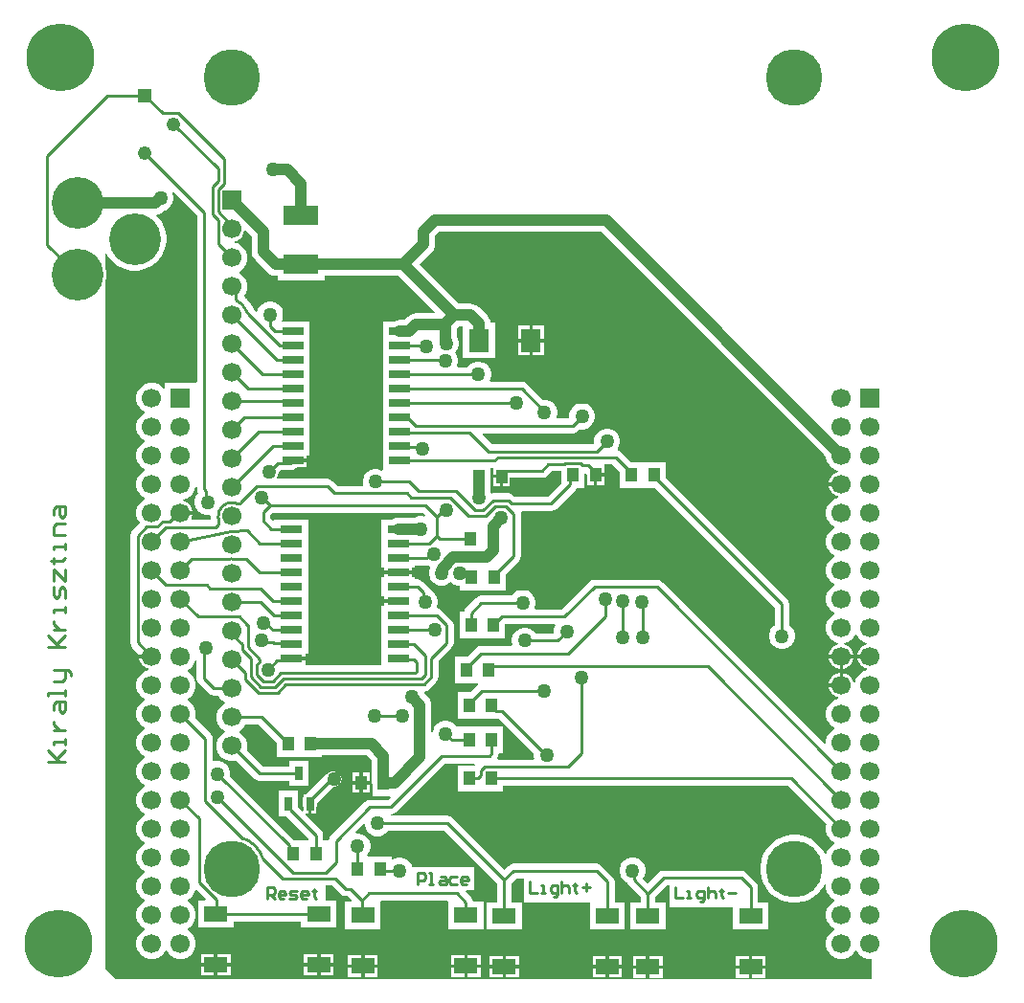
<source format=gtl>
G04*
G04 #@! TF.GenerationSoftware,Altium Limited,Altium Designer,24.2.2 (26)*
G04*
G04 Layer_Physical_Order=1*
G04 Layer_Color=255*
%FSLAX25Y25*%
%MOIN*%
G70*
G04*
G04 #@! TF.SameCoordinates,7880CA01-A185-4AAC-BB8A-744F794AF487*
G04*
G04*
G04 #@! TF.FilePolarity,Positive*
G04*
G01*
G75*
%ADD10C,0.01000*%
%ADD29R,0.08268X0.05512*%
%ADD30R,0.03937X0.05118*%
%ADD31R,0.12402X0.07008*%
%ADD32R,0.07677X0.02559*%
%ADD33R,0.02559X0.04724*%
%ADD34R,0.07087X0.08268*%
%ADD35C,0.03937*%
%ADD36C,0.18000*%
%ADD37C,0.04811*%
%ADD38R,0.04811X0.04811*%
%ADD39C,0.06693*%
%ADD40R,0.06693X0.06693*%
%ADD41R,0.06693X0.06693*%
%ADD42C,0.19685*%
%ADD43C,0.23622*%
%ADD44C,0.05000*%
G36*
X68251Y273644D02*
Y215577D01*
X67846Y215347D01*
X57153D01*
Y213584D01*
X56653Y213407D01*
X55783Y214278D01*
X54564Y214982D01*
X53204Y215347D01*
X51796D01*
X50436Y214982D01*
X49217Y214278D01*
X48222Y213283D01*
X47518Y212064D01*
X47154Y210704D01*
Y209296D01*
X47518Y207936D01*
X48222Y206717D01*
X49217Y205722D01*
X49967Y205289D01*
Y204711D01*
X49217Y204278D01*
X48222Y203283D01*
X47518Y202064D01*
X47154Y200704D01*
Y199296D01*
X47518Y197936D01*
X48222Y196717D01*
X49217Y195722D01*
X49967Y195289D01*
Y194711D01*
X49217Y194278D01*
X48222Y193283D01*
X47518Y192064D01*
X47154Y190704D01*
Y189296D01*
X47518Y187936D01*
X48222Y186717D01*
X49217Y185722D01*
X49967Y185289D01*
Y184711D01*
X49217Y184278D01*
X48222Y183283D01*
X47518Y182064D01*
X47154Y180704D01*
Y179296D01*
X47518Y177936D01*
X48222Y176717D01*
X49217Y175722D01*
X49967Y175289D01*
Y174711D01*
X49217Y174278D01*
X48222Y173283D01*
X47518Y172064D01*
X47154Y170704D01*
Y169296D01*
X47518Y167936D01*
X48222Y166717D01*
X48490Y166449D01*
X45851Y163810D01*
X45299Y162983D01*
X45105Y162007D01*
Y124846D01*
X45299Y123871D01*
X45851Y123044D01*
X48202Y120693D01*
X48175Y120591D01*
X52500D01*
Y119409D01*
X48175D01*
X48464Y118328D01*
X49035Y117341D01*
X49841Y116535D01*
X50828Y115964D01*
X51499Y115785D01*
Y115267D01*
X50436Y114982D01*
X49217Y114278D01*
X48222Y113283D01*
X47518Y112064D01*
X47154Y110704D01*
Y109296D01*
X47518Y107936D01*
X48222Y106717D01*
X49217Y105722D01*
X49967Y105289D01*
Y104711D01*
X49217Y104278D01*
X48222Y103283D01*
X47518Y102064D01*
X47154Y100704D01*
Y99296D01*
X47518Y97936D01*
X48222Y96717D01*
X49217Y95722D01*
X49967Y95289D01*
Y94711D01*
X49217Y94278D01*
X48222Y93283D01*
X47518Y92064D01*
X47154Y90704D01*
Y89296D01*
X47518Y87936D01*
X48222Y86717D01*
X49217Y85722D01*
X49967Y85289D01*
Y84711D01*
X49217Y84278D01*
X48222Y83283D01*
X47518Y82064D01*
X47154Y80704D01*
Y79296D01*
X47518Y77936D01*
X48222Y76717D01*
X49217Y75722D01*
X49967Y75289D01*
Y74711D01*
X49217Y74278D01*
X48222Y73283D01*
X47518Y72064D01*
X47154Y70704D01*
Y69296D01*
X47518Y67936D01*
X48222Y66717D01*
X49217Y65722D01*
X49967Y65289D01*
Y64711D01*
X49217Y64278D01*
X48222Y63283D01*
X47518Y62064D01*
X47154Y60704D01*
Y59296D01*
X47518Y57936D01*
X48222Y56717D01*
X49217Y55722D01*
X49967Y55289D01*
Y54711D01*
X49217Y54278D01*
X48222Y53283D01*
X47518Y52064D01*
X47154Y50704D01*
Y49296D01*
X47518Y47936D01*
X48222Y46717D01*
X49217Y45722D01*
X49967Y45289D01*
Y44711D01*
X49217Y44278D01*
X48222Y43283D01*
X47518Y42064D01*
X47154Y40704D01*
Y39296D01*
X47518Y37936D01*
X48222Y36717D01*
X49217Y35722D01*
X49967Y35289D01*
Y34711D01*
X49217Y34278D01*
X48222Y33283D01*
X47518Y32064D01*
X47154Y30704D01*
Y29296D01*
X47518Y27936D01*
X48222Y26717D01*
X49217Y25722D01*
X49967Y25289D01*
Y24711D01*
X49217Y24278D01*
X48222Y23283D01*
X47518Y22064D01*
X47154Y20704D01*
Y19296D01*
X47518Y17936D01*
X48222Y16717D01*
X49217Y15722D01*
X50436Y15018D01*
X51796Y14654D01*
X53204D01*
X54564Y15018D01*
X55783Y15722D01*
X56778Y16717D01*
X57211Y17467D01*
X57789D01*
X58222Y16717D01*
X59217Y15722D01*
X60436Y15018D01*
X61796Y14654D01*
X63204D01*
X64564Y15018D01*
X65783Y15722D01*
X66778Y16717D01*
X67482Y17936D01*
X67847Y19296D01*
Y20704D01*
X67482Y22064D01*
X66778Y23283D01*
X65783Y24278D01*
X65033Y24711D01*
Y25289D01*
X65783Y25722D01*
X66778Y26717D01*
X67482Y27936D01*
X67847Y29296D01*
Y30704D01*
X67482Y32064D01*
X66778Y33283D01*
X65783Y34278D01*
X65033Y34711D01*
Y35289D01*
X65783Y35722D01*
X66778Y36717D01*
X67482Y37936D01*
X67643Y38539D01*
X68126Y38668D01*
X71319Y35476D01*
X71127Y35014D01*
X68653D01*
Y25502D01*
X80920D01*
Y27709D01*
X104480D01*
Y25502D01*
X116747D01*
Y35014D01*
X113198D01*
Y40148D01*
X115348D01*
X117325Y38170D01*
X117583Y37783D01*
X118169Y37198D01*
X118996Y36645D01*
X119972Y36451D01*
X120633D01*
X122008Y35076D01*
X121817Y34614D01*
X119853D01*
Y25102D01*
X132121D01*
Y34614D01*
X132121D01*
X132273Y35051D01*
X155527D01*
X155680Y34614D01*
X155680D01*
Y25102D01*
X167947D01*
Y34614D01*
X164317D01*
X164168Y35362D01*
X163616Y36189D01*
X161735Y38070D01*
X161926Y38532D01*
X164755D01*
Y46468D01*
X143168D01*
X142987Y47144D01*
X142394Y48170D01*
X141556Y49008D01*
X140530Y49600D01*
X139386Y49907D01*
X138201D01*
X137056Y49600D01*
X136406Y49224D01*
X135906Y49513D01*
Y50359D01*
X127576D01*
X127385Y50821D01*
X127701Y51137D01*
X128293Y52163D01*
X128600Y53308D01*
Y54492D01*
X128293Y55637D01*
X127701Y56663D01*
X126863Y57501D01*
X125837Y58093D01*
X124692Y58400D01*
X123612D01*
X123332Y58827D01*
X126138Y61633D01*
X126600Y61442D01*
Y61308D01*
X126907Y60163D01*
X127499Y59137D01*
X128337Y58299D01*
X129363Y57707D01*
X130508Y57400D01*
X131692D01*
X132837Y57707D01*
X133863Y58299D01*
X134701Y59137D01*
X134825Y59351D01*
X154349D01*
X172638Y41063D01*
Y34414D01*
X169053D01*
Y24902D01*
X181321D01*
Y34414D01*
X177736D01*
Y41063D01*
X179424Y42751D01*
X182005D01*
Y34276D01*
X204879D01*
Y24902D01*
X217147D01*
Y34414D01*
X213562D01*
Y41587D01*
X213368Y42562D01*
X212816Y43389D01*
X209102Y47102D01*
X208276Y47655D01*
X207300Y47849D01*
X178368D01*
X177393Y47655D01*
X176566Y47102D01*
X175187Y45723D01*
X157208Y63702D01*
X156380Y64255D01*
X155405Y64449D01*
X135386D01*
X135385Y64451D01*
X135667Y64951D01*
X135700D01*
X136676Y65145D01*
X137502Y65698D01*
X154556Y82751D01*
X164792D01*
X165051Y82251D01*
X164916Y82059D01*
X158994D01*
Y72941D01*
X174805D01*
Y74951D01*
X273944D01*
X287373Y61522D01*
X287154Y60704D01*
Y59296D01*
X287518Y57936D01*
X288222Y56717D01*
X289217Y55722D01*
X289967Y55289D01*
Y54711D01*
X289217Y54278D01*
X288222Y53283D01*
X287518Y52064D01*
X287294Y51227D01*
X286761Y51171D01*
X286229Y52216D01*
X285133Y53724D01*
X283815Y55042D01*
X282307Y56138D01*
X280646Y56984D01*
X278873Y57560D01*
X277032Y57852D01*
X275168D01*
X273327Y57560D01*
X271554Y56984D01*
X269893Y56138D01*
X268385Y55042D01*
X267067Y53724D01*
X265971Y52216D01*
X265125Y50555D01*
X264549Y48783D01*
X264258Y46942D01*
Y45077D01*
X264549Y43236D01*
X265125Y41464D01*
X265971Y39803D01*
X267067Y38295D01*
X268385Y36977D01*
X269893Y35881D01*
X271554Y35035D01*
X273327Y34459D01*
X275168Y34167D01*
X277032D01*
X278873Y34459D01*
X280646Y35035D01*
X282307Y35881D01*
X283815Y36977D01*
X285133Y38295D01*
X286229Y39803D01*
X286653Y40637D01*
X287154Y40516D01*
Y39296D01*
X287518Y37936D01*
X288222Y36717D01*
X289217Y35722D01*
X289967Y35289D01*
Y34711D01*
X289217Y34278D01*
X288222Y33283D01*
X287518Y32064D01*
X287154Y30704D01*
Y29296D01*
X287518Y27936D01*
X288222Y26717D01*
X289217Y25722D01*
X289967Y25289D01*
Y24711D01*
X289217Y24278D01*
X288222Y23283D01*
X287518Y22064D01*
X287154Y20704D01*
Y19296D01*
X287518Y17936D01*
X288222Y16717D01*
X289217Y15722D01*
X290436Y15018D01*
X291796Y14654D01*
X293204D01*
X294564Y15018D01*
X295783Y15722D01*
X296778Y16717D01*
X297211Y17467D01*
X297789D01*
X298222Y16717D01*
X299217Y15722D01*
X300436Y15018D01*
X301796Y14654D01*
X303000D01*
Y7600D01*
X40100D01*
X36300Y11400D01*
Y250488D01*
X36584Y251917D01*
Y253883D01*
X36300Y255312D01*
Y260284D01*
X36800Y260404D01*
X37192Y259635D01*
X38210Y258234D01*
X39434Y257010D01*
X40835Y255992D01*
X42377Y255206D01*
X44024Y254671D01*
X45734Y254400D01*
X47466D01*
X49176Y254671D01*
X50823Y255206D01*
X52365Y255992D01*
X53766Y257010D01*
X54990Y258234D01*
X56008Y259635D01*
X56794Y261177D01*
X57329Y262824D01*
X57600Y264534D01*
Y266266D01*
X57329Y267976D01*
X56794Y269622D01*
X56008Y271165D01*
X54990Y272566D01*
X54099Y273457D01*
X54278Y273985D01*
X54648Y274034D01*
X55614Y274433D01*
X56443Y275070D01*
X56576Y275203D01*
X57337Y275407D01*
X58363Y275999D01*
X59201Y276837D01*
X59793Y277863D01*
X60100Y279008D01*
Y280192D01*
X59793Y281337D01*
X59714Y281474D01*
X60114Y281781D01*
X68251Y273644D01*
D02*
G37*
G36*
X287154Y189686D02*
Y189296D01*
X287518Y187936D01*
X288222Y186717D01*
X289217Y185722D01*
X290436Y185018D01*
X291499Y184733D01*
Y184215D01*
X290828Y184036D01*
X289841Y183465D01*
X289035Y182659D01*
X288464Y181672D01*
X288175Y180591D01*
X292500D01*
Y179409D01*
X288175D01*
X288464Y178328D01*
X289035Y177341D01*
X289841Y176535D01*
X290828Y175964D01*
X291499Y175785D01*
Y175267D01*
X290436Y174982D01*
X289217Y174278D01*
X288222Y173283D01*
X287518Y172064D01*
X287154Y170704D01*
Y169296D01*
X287518Y167936D01*
X288222Y166717D01*
X289217Y165722D01*
X289967Y165289D01*
Y164711D01*
X289217Y164278D01*
X288222Y163283D01*
X287518Y162064D01*
X287154Y160704D01*
Y159296D01*
X287518Y157936D01*
X288222Y156717D01*
X289217Y155722D01*
X289967Y155289D01*
Y154711D01*
X289217Y154278D01*
X288222Y153283D01*
X287518Y152064D01*
X287154Y150704D01*
Y149296D01*
X287518Y147936D01*
X288222Y146717D01*
X289217Y145722D01*
X289967Y145289D01*
Y144711D01*
X289217Y144278D01*
X288222Y143283D01*
X287518Y142064D01*
X287154Y140704D01*
Y139296D01*
X287518Y137936D01*
X288222Y136717D01*
X289217Y135722D01*
X289967Y135289D01*
Y134711D01*
X289217Y134278D01*
X288222Y133283D01*
X287518Y132064D01*
X287154Y130704D01*
Y129296D01*
X287518Y127936D01*
X288222Y126717D01*
X289217Y125722D01*
X290436Y125018D01*
X291499Y124733D01*
Y124215D01*
X290828Y124036D01*
X289841Y123465D01*
X289035Y122659D01*
X288464Y121672D01*
X288175Y120591D01*
X292500D01*
X296825D01*
X296536Y121672D01*
X295965Y122659D01*
X295159Y123465D01*
X294172Y124036D01*
X293500Y124215D01*
Y124733D01*
X294564Y125018D01*
X295783Y125722D01*
X296778Y126717D01*
X297211Y127467D01*
X297789D01*
X298222Y126717D01*
X299217Y125722D01*
X300436Y125018D01*
X301500Y124733D01*
Y124215D01*
X300828Y124036D01*
X299841Y123465D01*
X299035Y122659D01*
X298464Y121672D01*
X298175Y120591D01*
X302500D01*
Y119409D01*
X298175D01*
X298464Y118328D01*
X299035Y117341D01*
X299841Y116535D01*
X300828Y115964D01*
X301500Y115785D01*
Y115267D01*
X300436Y114982D01*
X299217Y114278D01*
X298222Y113283D01*
X297518Y112064D01*
X297233Y111001D01*
X296715D01*
X296536Y111672D01*
X295965Y112659D01*
X295159Y113465D01*
X294172Y114036D01*
X293091Y114325D01*
Y110000D01*
X292500D01*
Y109409D01*
X288175D01*
X288464Y108328D01*
X289035Y107341D01*
X289841Y106535D01*
X290828Y105964D01*
X291499Y105785D01*
Y105267D01*
X290436Y104982D01*
X289217Y104278D01*
X288222Y103283D01*
X287518Y102064D01*
X287154Y100704D01*
Y99296D01*
X287518Y97936D01*
X288222Y96717D01*
X289217Y95722D01*
X289967Y95289D01*
Y94711D01*
X289217Y94278D01*
X288222Y93283D01*
X287518Y92064D01*
X287154Y90704D01*
Y89658D01*
X286653Y89451D01*
X230102Y146002D01*
X229275Y146555D01*
X228300Y146749D01*
X206600D01*
X205625Y146555D01*
X204798Y146002D01*
X195144Y136349D01*
X185996D01*
X185747Y136782D01*
X185793Y136863D01*
X186100Y138008D01*
Y139192D01*
X185793Y140337D01*
X185201Y141363D01*
X184363Y142201D01*
X183337Y142793D01*
X182192Y143100D01*
X181008D01*
X179863Y142793D01*
X178837Y142201D01*
X177999Y141363D01*
X177875Y141149D01*
X167172D01*
X166197Y140955D01*
X165370Y140402D01*
X161761Y136793D01*
X161208Y135966D01*
X161107Y135459D01*
X159595D01*
Y126341D01*
X175406D01*
Y131251D01*
X192777D01*
X193027Y130818D01*
X192807Y130437D01*
X192500Y129292D01*
Y128108D01*
X192455Y128049D01*
X186024D01*
X185901Y128263D01*
X185063Y129101D01*
X184037Y129693D01*
X182892Y130000D01*
X181708D01*
X180563Y129693D01*
X179537Y129101D01*
X178699Y128263D01*
X178107Y127237D01*
X177800Y126092D01*
Y124908D01*
X178003Y124149D01*
X177620Y123649D01*
X167172D01*
X166197Y123455D01*
X165370Y122902D01*
X162327Y119859D01*
X157994D01*
Y110741D01*
X166139D01*
X166283Y110278D01*
X166276Y110241D01*
X165470Y109702D01*
X163327Y107559D01*
X158994D01*
Y98441D01*
X172028D01*
X172313Y98384D01*
X173311D01*
X185509Y86186D01*
X185500Y86151D01*
Y84967D01*
X185624Y84505D01*
X185319Y84108D01*
X173089D01*
X172822Y84608D01*
X173192Y85162D01*
X173386Y86137D01*
Y86441D01*
X174805D01*
Y95559D01*
X158994D01*
X158994Y95559D01*
Y95559D01*
X158510Y95656D01*
X158394Y95856D01*
X157556Y96694D01*
X156530Y97286D01*
X155385Y97593D01*
X154200D01*
X153056Y97286D01*
X152030Y96694D01*
X151192Y95856D01*
X150600Y94830D01*
X150293Y93685D01*
X149803Y93709D01*
Y103062D01*
X149666Y104098D01*
X149267Y105064D01*
X148630Y105893D01*
X147374Y107149D01*
X147321Y107345D01*
X147321Y107346D01*
X147612Y107870D01*
X147667Y107904D01*
X148250Y108020D01*
X149077Y108572D01*
X151502Y110997D01*
X152055Y111824D01*
X152249Y112800D01*
Y118344D01*
X156852Y122948D01*
X157405Y123775D01*
X157599Y124750D01*
Y130907D01*
X157405Y131882D01*
X156852Y132709D01*
X153459Y136102D01*
X152632Y136655D01*
X152083Y136764D01*
X151824Y137211D01*
X151811Y137328D01*
X152100Y138408D01*
Y139592D01*
X151793Y140737D01*
X151201Y141763D01*
X150363Y142601D01*
X149395Y143160D01*
X148878Y143934D01*
X146710Y146102D01*
X145883Y146655D01*
X144907Y146849D01*
X144141D01*
Y147580D01*
X143125D01*
Y148709D01*
X133479D01*
Y147580D01*
X132464D01*
Y141021D01*
X133479D01*
Y139891D01*
X138302D01*
Y138709D01*
X133479D01*
Y137580D01*
X132464D01*
Y131020D01*
Y126021D01*
Y121020D01*
Y116924D01*
X106374D01*
X105921Y117036D01*
Y118709D01*
X101098D01*
Y119891D01*
X105921D01*
Y121020D01*
X106936D01*
Y126021D01*
Y131020D01*
Y136021D01*
Y141021D01*
Y146020D01*
Y151021D01*
Y156020D01*
Y161021D01*
Y167579D01*
X95259D01*
Y167553D01*
X94759Y167346D01*
X93849Y168256D01*
Y169244D01*
X94656Y170051D01*
X146703D01*
X147542Y169213D01*
X147283Y168764D01*
X146789Y168897D01*
X145604D01*
X144460Y168590D01*
X144130Y168399D01*
X138399D01*
X137363Y168263D01*
X136398Y167863D01*
X136028Y167579D01*
X132464D01*
Y161021D01*
Y156020D01*
Y151021D01*
X133479D01*
Y149891D01*
X143125D01*
Y151021D01*
X144141D01*
Y151626D01*
X148201D01*
X148705Y151726D01*
X149077Y151512D01*
X149160Y151490D01*
X149351Y151028D01*
X149210Y150783D01*
X148903Y149638D01*
Y148453D01*
X149210Y147309D01*
X149802Y146283D01*
X150640Y145445D01*
X151666Y144853D01*
X152811Y144546D01*
X153996D01*
X155140Y144853D01*
X156167Y145445D01*
X156554Y145833D01*
X156957Y145431D01*
X157983Y144838D01*
X159128Y144532D01*
X159794D01*
Y143041D01*
X175605D01*
Y148554D01*
X180302Y153251D01*
X180855Y154078D01*
X181049Y155053D01*
Y169557D01*
X180926Y170176D01*
X181314Y170676D01*
X191525D01*
X192501Y170870D01*
X193328Y171423D01*
X199929Y178024D01*
X200408Y178741D01*
X203031D01*
Y183484D01*
X203532Y183691D01*
X203984Y183238D01*
Y179757D01*
X206346D01*
Y183300D01*
X206937D01*
Y183891D01*
X209890D01*
Y186810D01*
X212839D01*
X215494Y184154D01*
Y178641D01*
X227701D01*
X269251Y137091D01*
Y130824D01*
X269037Y130701D01*
X268199Y129863D01*
X267607Y128837D01*
X267300Y127692D01*
Y126508D01*
X267607Y125363D01*
X268199Y124337D01*
X269037Y123499D01*
X270063Y122907D01*
X271208Y122600D01*
X272392D01*
X273537Y122907D01*
X274563Y123499D01*
X275401Y124337D01*
X275993Y125363D01*
X276300Y126508D01*
Y127692D01*
X275993Y128837D01*
X275401Y129863D01*
X274563Y130701D01*
X274349Y130824D01*
Y138146D01*
X274155Y139122D01*
X273602Y139949D01*
X231306Y182246D01*
Y187759D01*
X219099D01*
X215697Y191162D01*
X214879Y191708D01*
X214813Y191753D01*
X214674Y192263D01*
X215193Y193163D01*
X215500Y194308D01*
Y195492D01*
X215193Y196637D01*
X214601Y197663D01*
X213763Y198501D01*
X212737Y199093D01*
X211592Y199400D01*
X210408D01*
X209263Y199093D01*
X208237Y198501D01*
X207399Y197663D01*
X206807Y196637D01*
X206500Y195492D01*
Y194308D01*
X206105Y193908D01*
X170891D01*
X167510Y197289D01*
X167702Y197751D01*
X198900D01*
X199875Y197945D01*
X200702Y198498D01*
X201376Y199171D01*
X201614Y199107D01*
X202799D01*
X203944Y199414D01*
X204970Y200006D01*
X205808Y200844D01*
X206400Y201870D01*
X206707Y203014D01*
Y204199D01*
X206400Y205344D01*
X205808Y206370D01*
X204970Y207208D01*
X203944Y207800D01*
X202799Y208107D01*
X201614D01*
X200470Y207800D01*
X199444Y207208D01*
X198606Y206370D01*
X198013Y205344D01*
X197707Y204199D01*
Y203014D01*
X197580Y202849D01*
X193735D01*
X193443Y203349D01*
X193700Y204308D01*
Y205492D01*
X193393Y206637D01*
X192801Y207663D01*
X191963Y208501D01*
X190937Y209093D01*
X189792Y209400D01*
X188705D01*
X183102Y215002D01*
X182275Y215555D01*
X181300Y215749D01*
X170404D01*
X170154Y216182D01*
X170316Y216463D01*
X170623Y217608D01*
Y218792D01*
X170316Y219937D01*
X169724Y220963D01*
X168886Y221801D01*
X167860Y222393D01*
X166715Y222700D01*
X165530D01*
X164386Y222393D01*
X163360Y221801D01*
X162522Y220963D01*
X162398Y220749D01*
X159025D01*
X158774Y221182D01*
X158825Y221269D01*
X159132Y222414D01*
Y223599D01*
X158825Y224743D01*
X158232Y225769D01*
X158133Y225869D01*
X158501Y226237D01*
X159093Y227263D01*
X159400Y228408D01*
Y229592D01*
X159093Y230737D01*
X158699Y231419D01*
Y234239D01*
X159358Y234897D01*
X160846D01*
Y223866D01*
X171933D01*
Y236134D01*
X170376D01*
X170256Y237046D01*
X169856Y238012D01*
X169220Y238841D01*
X166330Y241730D01*
X165501Y242367D01*
X164536Y242766D01*
X163500Y242903D01*
X159358D01*
X145761Y256500D01*
X149930Y260670D01*
X150566Y261499D01*
X150966Y262464D01*
X151103Y263500D01*
Y266442D01*
X152558Y267897D01*
X208942D01*
X287154Y189686D01*
D02*
G37*
G36*
X87397Y266177D02*
Y260800D01*
X87534Y259764D01*
X87933Y258799D01*
X88570Y257970D01*
X92870Y253670D01*
X93699Y253033D01*
X94664Y252634D01*
X95700Y252497D01*
X96299D01*
Y250996D01*
X112701D01*
Y252497D01*
X138442D01*
X150975Y239965D01*
X150783Y239503D01*
X144400D01*
X143364Y239366D01*
X142399Y238966D01*
X141570Y238330D01*
X140442Y237203D01*
X138802D01*
X137766Y237066D01*
X136801Y236666D01*
X136557Y236479D01*
X132964D01*
Y229921D01*
Y224921D01*
Y219920D01*
Y214920D01*
Y209921D01*
Y204921D01*
Y199920D01*
Y194921D01*
Y189920D01*
Y185093D01*
X132527Y184768D01*
X132137Y184993D01*
X130992Y185300D01*
X129808D01*
X128663Y184993D01*
X127637Y184401D01*
X126799Y183563D01*
X126207Y182537D01*
X125900Y181392D01*
Y180208D01*
X126024Y179746D01*
X125719Y179349D01*
X117206D01*
X115453Y181102D01*
X114626Y181655D01*
X113651Y181849D01*
X96304D01*
X96037Y182349D01*
X96355Y182825D01*
X96549Y183800D01*
X96525Y183920D01*
X97476Y184871D01*
X100818D01*
X101794Y185065D01*
X102620Y185618D01*
X102939Y185936D01*
X106421D01*
Y187609D01*
X101598D01*
Y188791D01*
X106421D01*
Y189920D01*
X107436D01*
Y194921D01*
Y199920D01*
Y204921D01*
Y209921D01*
Y214920D01*
Y219920D01*
Y224921D01*
Y229921D01*
Y236479D01*
X97883D01*
X97633Y236913D01*
X97893Y237363D01*
X98200Y238508D01*
Y239692D01*
X97893Y240837D01*
X97301Y241863D01*
X96463Y242701D01*
X95437Y243293D01*
X94292Y243600D01*
X93108D01*
X91963Y243293D01*
X90937Y242701D01*
X90099Y241863D01*
X89507Y240837D01*
X89332Y240185D01*
X88849Y240056D01*
X88074Y240831D01*
X87683Y241774D01*
X86803Y243211D01*
X86087Y244049D01*
X85789Y244426D01*
X85789Y244426D01*
X85789Y244426D01*
X85776Y244447D01*
X85712Y244489D01*
X85406Y244739D01*
X84982Y245087D01*
X84709Y245522D01*
X85413Y246741D01*
X85777Y248101D01*
Y249509D01*
X85413Y250868D01*
X84709Y252087D01*
X83714Y253083D01*
X82963Y253516D01*
Y254093D01*
X83714Y254526D01*
X84709Y255522D01*
X85413Y256741D01*
X85777Y258101D01*
Y259509D01*
X85413Y260868D01*
X84709Y262087D01*
X83714Y263083D01*
X82494Y263787D01*
X81431Y264072D01*
Y264589D01*
X82102Y264769D01*
X83090Y265339D01*
X83896Y266146D01*
X84466Y267133D01*
X84734Y268133D01*
X85210Y268365D01*
X87397Y266177D01*
D02*
G37*
G36*
X171284Y183291D02*
X174237D01*
Y182700D01*
X174828D01*
Y179157D01*
X177190D01*
Y182210D01*
X188287D01*
X189262Y182404D01*
X190089Y182957D01*
X191584Y184451D01*
X195095D01*
Y180399D01*
X190469Y175774D01*
X178716D01*
X178388Y176102D01*
X177561Y176655D01*
X176585Y176849D01*
X171357D01*
X170625Y176703D01*
X170556Y176959D01*
X170366Y177289D01*
Y182700D01*
X170332Y182960D01*
Y185651D01*
X171284D01*
Y183291D01*
D02*
G37*
G36*
X68251Y178874D02*
Y178272D01*
X68445Y177296D01*
X68703Y176910D01*
X68327Y176535D01*
X67735Y175508D01*
X67428Y174364D01*
Y173179D01*
X67735Y172035D01*
X68327Y171009D01*
X69165Y170171D01*
X70192Y169578D01*
X71336Y169272D01*
X72521D01*
X72685Y169316D01*
X73067Y168992D01*
X73048Y168804D01*
X73121Y168062D01*
X73105Y167786D01*
X72898Y167549D01*
X66586D01*
X66336Y167982D01*
X66536Y168328D01*
X66825Y169409D01*
X62500D01*
Y170591D01*
X66825D01*
X66536Y171672D01*
X65965Y172659D01*
X65159Y173465D01*
X64172Y174036D01*
X63500Y174215D01*
Y174733D01*
X64564Y175018D01*
X65783Y175722D01*
X66778Y176717D01*
X67482Y177936D01*
X67751Y178940D01*
X68251Y178874D01*
D02*
G37*
G36*
X68201Y118688D02*
Y112250D01*
X68395Y111275D01*
X68948Y110448D01*
X72394Y107001D01*
X73221Y106448D01*
X74197Y106254D01*
X75727D01*
X76151Y105521D01*
X77147Y104525D01*
X77897Y104092D01*
Y103515D01*
X77147Y103082D01*
X76151Y102086D01*
X75447Y100867D01*
X75083Y99507D01*
Y98100D01*
X75447Y96740D01*
X76151Y95521D01*
X77147Y94525D01*
X77897Y94092D01*
Y93515D01*
X77147Y93082D01*
X76151Y92086D01*
X75447Y90867D01*
X75083Y89507D01*
Y88100D01*
X75447Y86740D01*
X76151Y85521D01*
X77147Y84525D01*
X78366Y83821D01*
X79726Y83457D01*
X81133D01*
X81952Y83676D01*
X88231Y77398D01*
X89057Y76845D01*
X90033Y76651D01*
X100521D01*
Y74838D01*
X107080D01*
Y83562D01*
X100521D01*
Y81749D01*
X91089D01*
X85557Y87281D01*
X85776Y88100D01*
Y89507D01*
X85412Y90867D01*
X84708Y92086D01*
X83712Y93082D01*
X82962Y93515D01*
Y94092D01*
X83712Y94525D01*
X84708Y95521D01*
X85131Y96254D01*
X89604D01*
X95995Y89864D01*
Y84941D01*
X111805D01*
Y85497D01*
X127442D01*
X129197Y83742D01*
Y76000D01*
X129232Y75740D01*
Y71441D01*
X135383D01*
X135574Y70979D01*
X134644Y70049D01*
X128400D01*
X127425Y69855D01*
X126598Y69302D01*
X114798Y57502D01*
X114245Y56675D01*
X114103Y55964D01*
X113605Y55959D01*
Y55959D01*
X112186D01*
Y57663D01*
X111992Y58639D01*
X111439Y59465D01*
X105962Y64943D01*
X106153Y65405D01*
X106950D01*
Y68751D01*
X108131D01*
Y65405D01*
X109804D01*
Y67639D01*
X109895Y67776D01*
X110089Y68751D01*
Y68778D01*
X116077Y74766D01*
X116975Y74945D01*
X117802Y75498D01*
X118355Y76324D01*
X118549Y77300D01*
X118355Y78276D01*
X117802Y79102D01*
X116975Y79655D01*
X116000Y79849D01*
X115006D01*
X114031Y79655D01*
X113204Y79102D01*
X106199Y72098D01*
X105276D01*
Y70946D01*
X105185Y70809D01*
X104991Y69834D01*
Y68751D01*
X105185Y67776D01*
X105276Y67639D01*
Y66282D01*
X104814Y66090D01*
X103388Y67516D01*
Y67972D01*
X103339Y68218D01*
Y73113D01*
X96780D01*
Y64389D01*
X99306D01*
X107088Y56607D01*
Y55959D01*
X102181D01*
X102097Y56085D01*
X79773Y78409D01*
X79800Y78508D01*
Y79692D01*
X79493Y80837D01*
X78901Y81863D01*
X78063Y82701D01*
X77037Y83293D01*
X75892Y83600D01*
X74708D01*
X74146Y83449D01*
X73749Y83754D01*
Y91300D01*
X73555Y92276D01*
X73002Y93102D01*
X67627Y98478D01*
X67847Y99296D01*
Y100704D01*
X67482Y102064D01*
X66778Y103283D01*
X65783Y104278D01*
X65033Y104711D01*
Y105289D01*
X65783Y105722D01*
X66778Y106717D01*
X67482Y107936D01*
X67847Y109296D01*
Y110704D01*
X67482Y112064D01*
X66778Y113283D01*
X65783Y114278D01*
X65033Y114711D01*
Y115289D01*
X65783Y115722D01*
X66778Y116717D01*
X67482Y117936D01*
X67701Y118754D01*
X68201Y118688D01*
D02*
G37*
%LPC*%
G36*
X220392Y49900D02*
X219208D01*
X218063Y49593D01*
X217037Y49001D01*
X216199Y48163D01*
X215607Y47137D01*
X215300Y45992D01*
Y44808D01*
X215607Y43663D01*
X216199Y42637D01*
X217037Y41799D01*
X217846Y41332D01*
X217874Y41196D01*
X218426Y40369D01*
X222538Y36258D01*
Y34314D01*
X218953D01*
Y24802D01*
X231221D01*
Y34314D01*
X227636D01*
Y36258D01*
X231629Y40251D01*
X232805D01*
Y32476D01*
X254780D01*
Y24802D01*
X267047D01*
Y34314D01*
X263462D01*
Y39487D01*
X263268Y40462D01*
X262716Y41289D01*
X259402Y44602D01*
X258576Y45155D01*
X257600Y45349D01*
X230573D01*
X229598Y45155D01*
X228771Y44602D01*
X225087Y40918D01*
X223384Y42620D01*
X223401Y42637D01*
X223993Y43663D01*
X224300Y44808D01*
Y45992D01*
X223993Y47137D01*
X223401Y48163D01*
X222563Y49001D01*
X221537Y49593D01*
X220392Y49900D01*
D02*
G37*
G36*
X79905Y16282D02*
X75377D01*
Y13132D01*
X79905D01*
Y16282D01*
D02*
G37*
G36*
X74196D02*
X69669D01*
Y13132D01*
X74196D01*
Y16282D01*
D02*
G37*
G36*
X115732D02*
X111204D01*
Y13132D01*
X115732D01*
Y16282D01*
D02*
G37*
G36*
X110023D02*
X105495D01*
Y13132D01*
X110023D01*
Y16282D01*
D02*
G37*
G36*
X131105Y15882D02*
X126577D01*
Y12732D01*
X131105D01*
Y15882D01*
D02*
G37*
G36*
X125396D02*
X120869D01*
Y12732D01*
X125396D01*
Y15882D01*
D02*
G37*
G36*
X166931D02*
X162404D01*
Y12732D01*
X166931D01*
Y15882D01*
D02*
G37*
G36*
X161223D02*
X156695D01*
Y12732D01*
X161223D01*
Y15882D01*
D02*
G37*
G36*
X180305Y15682D02*
X175777D01*
Y12532D01*
X180305D01*
Y15682D01*
D02*
G37*
G36*
X174596D02*
X170069D01*
Y12532D01*
X174596D01*
Y15682D01*
D02*
G37*
G36*
X216131D02*
X211604D01*
Y12532D01*
X216131D01*
Y15682D01*
D02*
G37*
G36*
X210423D02*
X205895D01*
Y12532D01*
X210423D01*
Y15682D01*
D02*
G37*
G36*
X230205Y15582D02*
X225677D01*
Y12432D01*
X230205D01*
Y15582D01*
D02*
G37*
G36*
X224496D02*
X219969D01*
Y12432D01*
X224496D01*
Y15582D01*
D02*
G37*
G36*
X266032D02*
X261504D01*
Y12432D01*
X266032D01*
Y15582D01*
D02*
G37*
G36*
X260323D02*
X255795D01*
Y12432D01*
X260323D01*
Y15582D01*
D02*
G37*
G36*
X115732Y11951D02*
X111204D01*
Y8802D01*
X115732D01*
Y11951D01*
D02*
G37*
G36*
X110023D02*
X105495D01*
Y8802D01*
X110023D01*
Y11951D01*
D02*
G37*
G36*
X79905Y11951D02*
X75377D01*
Y8802D01*
X79905D01*
Y11951D01*
D02*
G37*
G36*
X74196D02*
X69669D01*
Y8802D01*
X74196D01*
Y11951D01*
D02*
G37*
G36*
X166931Y11551D02*
X162404D01*
Y8402D01*
X166931D01*
Y11551D01*
D02*
G37*
G36*
X161223D02*
X156695D01*
Y8402D01*
X161223D01*
Y11551D01*
D02*
G37*
G36*
X131105Y11551D02*
X126577D01*
Y8402D01*
X131105D01*
Y11551D01*
D02*
G37*
G36*
X125396D02*
X120869D01*
Y8402D01*
X125396D01*
Y11551D01*
D02*
G37*
G36*
X216131Y11351D02*
X211604D01*
Y8202D01*
X216131D01*
Y11351D01*
D02*
G37*
G36*
X210423D02*
X205895D01*
Y8202D01*
X210423D01*
Y11351D01*
D02*
G37*
G36*
X180305Y11351D02*
X175777D01*
Y8202D01*
X180305D01*
Y11351D01*
D02*
G37*
G36*
X174596D02*
X170069D01*
Y8202D01*
X174596D01*
Y11351D01*
D02*
G37*
G36*
X266032Y11251D02*
X261504D01*
Y8102D01*
X266032D01*
Y11251D01*
D02*
G37*
G36*
X260323D02*
X255795D01*
Y8102D01*
X260323D01*
Y11251D01*
D02*
G37*
G36*
X230205Y11251D02*
X225677D01*
Y8102D01*
X230205D01*
Y11251D01*
D02*
G37*
G36*
X224496D02*
X219969D01*
Y8102D01*
X224496D01*
Y11251D01*
D02*
G37*
G36*
X189028Y235118D02*
X185091D01*
Y230591D01*
X189028D01*
Y235118D01*
D02*
G37*
G36*
X183909D02*
X179973D01*
Y230591D01*
X183909D01*
Y235118D01*
D02*
G37*
G36*
X189028Y229410D02*
X185091D01*
Y224882D01*
X189028D01*
Y229410D01*
D02*
G37*
G36*
X183909D02*
X179973D01*
Y224882D01*
X183909D01*
Y229410D01*
D02*
G37*
G36*
X209890Y182709D02*
X207527D01*
Y179757D01*
X209890D01*
Y182709D01*
D02*
G37*
G36*
X296825Y119409D02*
X293091D01*
Y115675D01*
X294172Y115964D01*
X295159Y116535D01*
X295965Y117341D01*
X296536Y118328D01*
X296825Y119409D01*
D02*
G37*
G36*
X291910D02*
X288175D01*
X288464Y118328D01*
X289035Y117341D01*
X289841Y116535D01*
X290828Y115964D01*
X291910Y115675D01*
Y119409D01*
D02*
G37*
G36*
Y114325D02*
X290828Y114036D01*
X289841Y113465D01*
X289035Y112659D01*
X288464Y111672D01*
X288175Y110591D01*
X291910D01*
Y114325D01*
D02*
G37*
G36*
X173646Y182109D02*
X171284D01*
Y179157D01*
X173646D01*
Y182109D01*
D02*
G37*
G36*
X128279Y79543D02*
X125917D01*
Y76591D01*
X128279D01*
Y79543D01*
D02*
G37*
G36*
X124735D02*
X122373D01*
Y76591D01*
X124735D01*
Y79543D01*
D02*
G37*
G36*
X128279Y75410D02*
X125917D01*
Y72457D01*
X128279D01*
Y75410D01*
D02*
G37*
G36*
X124735D02*
X122373D01*
Y72457D01*
X124735D01*
Y75410D01*
D02*
G37*
%LPD*%
D10*
X91163Y49680D02*
G03*
X84102Y56741I-10732J-3671D01*
G01*
X79788Y154000D02*
G03*
X80472Y153957I642J4804D01*
G01*
X81097Y173604D02*
G03*
X75630Y168137I-667J-4800D01*
G01*
X85908Y239468D02*
G03*
X83973Y242645I-7791J-2567D01*
G01*
X83973Y242645D02*
G03*
X82056Y243844I-3454J-3388D01*
G01*
X119972Y39000D02*
X121689D01*
X119386Y39586D02*
Y39714D01*
Y39586D02*
X119972Y39000D01*
X116403Y42697D02*
X119386Y39714D01*
X98146Y42697D02*
X116403D01*
X91163Y49680D02*
X98146Y42697D01*
X101818Y44697D02*
X112997D01*
X116600Y48300D01*
X75414Y71100D02*
X101818Y44697D01*
X16100Y294400D02*
X37000Y315300D01*
X50200D01*
X16100Y263400D02*
Y294400D01*
X147075Y139525D02*
X147600Y139000D01*
X144907Y144300D02*
X147075Y142132D01*
Y139525D02*
Y142132D01*
X163563Y134991D02*
X167172Y138600D01*
X181600D01*
X174337Y133800D02*
X196200D01*
X171437Y130900D02*
X174337Y133800D01*
X196200D02*
X206600Y144200D01*
X193800Y125500D02*
X197000Y128700D01*
X182300Y125500D02*
X193800D01*
X197500Y121100D02*
X210337Y133937D01*
X167172Y121100D02*
X197500D01*
X161963Y115891D02*
X167172Y121100D01*
X50200Y315300D02*
X56295Y309206D01*
X16100Y263400D02*
X26600Y252900D01*
X93400Y184400D02*
X94000Y183800D01*
X80431Y268805D02*
X81295D01*
X50200Y295300D02*
X70800Y274700D01*
X75584Y274837D02*
X80431Y269990D01*
X73584Y274008D02*
X75584Y272008D01*
Y263651D02*
X80431Y258805D01*
X75584Y282772D02*
X77584Y284772D01*
X75584Y274837D02*
Y282772D01*
Y263651D02*
Y272008D01*
X73584Y274008D02*
Y283601D01*
X70800Y178272D02*
Y274700D01*
X74787Y30258D02*
X110613D01*
X69000Y41399D02*
X75000Y35400D01*
X74787Y30258D02*
X75000Y30471D01*
Y35400D01*
X69000Y41399D02*
Y63500D01*
X62500Y70000D02*
X69000Y63500D01*
X75400Y71100D02*
X75414D01*
X178368Y45300D02*
X207300D01*
X211013Y29658D02*
Y41587D01*
X175187Y42118D02*
X178368Y45300D01*
X207300D02*
X211013Y41587D01*
X219800Y45400D02*
X220228Y44972D01*
Y42172D02*
Y44972D01*
Y42172D02*
X225087Y37313D01*
X230573Y42800D02*
X257600D01*
X225087Y37313D02*
X230573Y42800D01*
X225087Y29558D02*
Y37313D01*
X257600Y42800D02*
X260913Y39487D01*
X158600Y37600D02*
X161813Y34387D01*
X125600Y35089D02*
X128111Y37600D01*
X158600D01*
X161813Y29858D02*
Y34387D01*
X125600Y31529D02*
X127000Y30129D01*
X84102Y56741D02*
X84102Y56741D01*
X71200Y69643D02*
X84102Y56741D01*
X91163Y49680D02*
X91163Y49680D01*
X121689Y39000D02*
X125600Y35089D01*
Y31529D02*
Y35089D01*
X260913Y29558D02*
Y39487D01*
X175187Y29658D02*
Y42118D01*
X131100Y61900D02*
X155405D01*
X175187Y42118D01*
X61818Y309206D02*
X77584Y293439D01*
X56295Y309206D02*
X61818D01*
X77584Y284772D02*
Y293439D01*
X73584Y283601D02*
X75584Y285601D01*
X80431Y268805D02*
Y269990D01*
X75584Y285601D02*
Y289916D01*
X60200Y305300D02*
X75584Y289916D01*
X71300Y174400D02*
Y177772D01*
X70800Y178272D02*
X71300Y177772D01*
X47653Y124846D02*
Y162007D01*
X50800Y165154D01*
X47653Y124846D02*
X52500Y120000D01*
X54507Y165154D02*
X56354Y167000D01*
X58646D01*
X61646Y170000D01*
X62500D01*
X50800Y165154D02*
X54507D01*
X57500Y165000D02*
X74843D01*
X52500Y160000D02*
X57500Y165000D01*
X154471Y223167D02*
X154631Y223006D01*
X138836Y223167D02*
X154471D01*
X156300Y175300D02*
X162800Y168800D01*
X175757Y172300D02*
X178500Y169557D01*
X171357Y174300D02*
X176585D01*
X178500Y155053D02*
Y169557D01*
X172185Y172300D02*
X175757D01*
X168685Y168800D02*
X172185Y172300D01*
X145332Y177500D02*
X158428D01*
X167857Y170800D02*
X171357Y174300D01*
X165128Y170800D02*
X167857D01*
X162800Y168800D02*
X168685D01*
X158428Y177500D02*
X165128Y170800D01*
X177660Y173225D02*
X191525D01*
X176585Y174300D02*
X177660Y173225D01*
X171637Y148191D02*
X178500Y155053D01*
X191525Y173225D02*
X198127Y179827D01*
X151756Y161997D02*
Y168703D01*
X79788Y154000D02*
X79788D01*
X66500D02*
X79788D01*
X70750Y112250D02*
Y122527D01*
Y112250D02*
X74197Y108803D01*
X138427Y154175D02*
X148201D01*
X138302Y159300D02*
X149059D01*
X151756Y161997D01*
X148201Y154175D02*
X149731Y155705D01*
X150814D01*
X138302Y144300D02*
X144907D01*
X130100Y99300D02*
X139700D01*
X149700Y119400D02*
X155050Y124750D01*
Y130907D01*
X151657Y134300D02*
X155050Y130907D01*
X138352Y129250D02*
X151050D01*
X138302Y134300D02*
X151657D01*
X162294Y149031D02*
Y149659D01*
X159720Y149031D02*
X162294D01*
Y149659D02*
X162762Y149191D01*
Y148600D02*
X163763Y147599D01*
X162762Y148600D02*
Y149191D01*
X138302Y154300D02*
X138427Y154175D01*
X171637Y147600D02*
Y148191D01*
X138802Y218200D02*
X166123D01*
X138802Y223200D02*
X138836Y223167D01*
X100839Y66461D02*
X109637Y57663D01*
X100060Y68751D02*
X100839Y67972D01*
X109637Y51400D02*
Y57663D01*
X100839Y66461D02*
Y67972D01*
X171037Y116500D02*
X246000D01*
X292500Y70000D01*
X169837Y115300D02*
X171037Y116500D01*
X202000Y86200D02*
Y112100D01*
X172891Y189359D02*
X213895D01*
X171732Y188200D02*
X172891Y189359D01*
X169836Y191359D02*
X207459D01*
X163150Y198045D02*
X169836Y191359D01*
X213895Y189359D02*
X219463Y183791D01*
X207459Y191359D02*
X211000Y194900D01*
X204271Y186557D02*
X206937Y183891D01*
X202455Y186557D02*
X204271D01*
X201653Y187359D02*
X202455Y186557D01*
X196114Y187000D02*
X196473Y187359D01*
X190528Y187000D02*
X196114D01*
X196473Y187359D02*
X201653D01*
X188287Y184759D02*
X190528Y187000D01*
X138802Y188200D02*
X171732D01*
X174237Y182700D02*
Y183291D01*
X175706Y184759D02*
X188287D01*
X174237Y183291D02*
X175706Y184759D01*
X71300Y174400D02*
X71928Y173772D01*
X96421Y187420D02*
X100818D01*
X101598Y188200D01*
X93400Y184400D02*
X96421Y187420D01*
X62500Y160000D02*
X79961Y163657D01*
X85944Y163554D02*
X90197Y159300D01*
X80046Y163675D02*
X85220Y163847D01*
X85651D02*
X85944Y163554D01*
X79961Y163657D02*
X80046Y163675D01*
X85220Y163847D02*
X85651D01*
X74843Y165000D02*
X75726Y165883D01*
X75815Y165972D02*
Y166801D01*
X75726Y165883D02*
X75815Y165972D01*
X75630Y168137D02*
X75815Y166801D01*
X81097Y173604D02*
X82433Y173419D01*
X83262D02*
X83351Y173508D01*
X89143Y179300D01*
X82433Y173419D02*
X83262D01*
X90800Y175300D02*
X90900D01*
X93600Y172600D01*
X80430Y178804D02*
X94826Y193200D01*
X115006Y77300D02*
X116000D01*
X107540Y68751D02*
Y69834D01*
X115006Y77300D01*
X70750Y122527D02*
X71222Y122998D01*
X100318Y118520D02*
X101098Y119300D01*
X92900Y115400D02*
X96021Y118520D01*
X88900Y117057D02*
X90092Y118249D01*
X96021Y118520D02*
X100318D01*
X85900Y123269D02*
X90092Y119077D01*
X99189Y110375D02*
X147275D01*
X84900Y112086D02*
X89586Y107400D01*
X80429Y118803D02*
X84900Y114333D01*
Y112086D02*
Y114333D01*
X94557Y111400D02*
X97532Y114375D01*
X144214D01*
X86900Y112915D02*
X90415Y109400D01*
X95385D01*
X90092Y118249D02*
Y119077D01*
X98360Y112375D02*
X145055D01*
X95385Y109400D02*
X98360Y112375D01*
X88900Y113743D02*
X91243Y111400D01*
X89586Y107400D02*
X96214D01*
X86900Y112915D02*
Y119441D01*
X83900Y122441D02*
X86900Y119441D01*
X91243Y111400D02*
X94557D01*
X88900Y113743D02*
Y117057D01*
X96214Y107400D02*
X99189Y110375D01*
X91300Y125000D02*
X94700D01*
X92157Y131700D02*
X94557Y129300D01*
X91300Y131700D02*
X92157D01*
X90700Y125600D02*
X91300Y125000D01*
X94700D02*
X95200Y124500D01*
X206937Y183300D02*
Y183891D01*
X198127Y182364D02*
X199063Y183300D01*
X198127Y179827D02*
Y182364D01*
X72700Y143700D02*
X90400D01*
X71600Y144800D02*
X72700Y143700D01*
X63169Y144800D02*
X71600D01*
X61831D02*
X61877Y144846D01*
X63123D01*
X63169Y144800D01*
X90400Y143700D02*
X94800Y139300D01*
X83900Y122441D02*
Y123526D01*
X83900Y123714D02*
Y124223D01*
X85607Y131093D02*
X85900Y130800D01*
X83900Y123526D02*
X83900Y123714D01*
X85900Y123269D02*
Y130800D01*
X95200Y124500D02*
X100898D01*
X101098Y124300D01*
X82897Y133803D02*
X85607Y131093D01*
X80430Y127693D02*
X83900Y124223D01*
X99942Y129300D02*
X100495Y129853D01*
X94557Y129300D02*
X99942D01*
X80430Y138804D02*
X90433D01*
X94937Y134300D01*
X101098D01*
X100495Y129853D02*
X101098Y129250D01*
X100993Y208804D02*
X101598Y208200D01*
X80430Y208804D02*
X100993D01*
X113651Y179300D02*
X116151Y176800D01*
X89143Y179300D02*
X113651D01*
X181300Y213200D02*
X189200Y205300D01*
X138802Y213200D02*
X181300D01*
X148100Y228200D02*
X148200Y228100D01*
X138802Y228200D02*
X148100D01*
X189200Y204900D02*
Y205300D01*
X198900Y200300D02*
X202207Y203607D01*
X141517Y198045D02*
X163150D01*
X138802Y193200D02*
X139102Y192900D01*
X146481D01*
X130443Y180843D02*
X141988D01*
X145332Y177500D01*
X130400Y180800D02*
X130443Y180843D01*
X116151Y176800D02*
X141300D01*
X142800Y175300D01*
X223200Y139000D02*
X223250Y138950D01*
Y126550D02*
X223300Y126500D01*
X223250Y126550D02*
Y138950D01*
X210337Y133937D02*
Y139941D01*
X216257Y126757D02*
Y139232D01*
X216300Y139275D01*
X206600Y144200D02*
X228300D01*
X189741Y85559D02*
X190000D01*
X174367Y100933D02*
X189741Y85559D01*
X197359Y81559D02*
X202000Y86200D01*
X168247Y81559D02*
X197359D01*
X167368Y80680D02*
X168247Y81559D01*
X138802Y198200D02*
X141361D01*
X132330Y45407D02*
X138793D01*
X131937Y45800D02*
X132330Y45407D01*
X100294Y52868D02*
X101763Y51400D01*
X100294Y52868D02*
Y54283D01*
X75477Y79100D02*
X100294Y54283D01*
X75300Y79100D02*
X75477D01*
X71200Y69643D02*
Y91300D01*
X145055Y112375D02*
X145083Y112403D01*
X144214Y114375D02*
X144800Y114961D01*
Y118000D01*
X145083Y112403D02*
X146475D01*
X147684Y113612D01*
Y120216D01*
X142800Y175300D02*
X156300D01*
X152765Y169547D02*
X154039Y170822D01*
X155122D01*
X152600Y169547D02*
X152765D01*
X151756Y161997D02*
X152653Y161100D01*
X163463D01*
X93600Y172600D02*
X147759D01*
X151753Y168606D01*
X151756Y168703D02*
X152600Y169547D01*
X80472Y153957D02*
X84669Y154000D01*
X85497D02*
X90197Y149300D01*
X62500Y150000D02*
X66500Y154000D01*
X84669D02*
X85497D01*
X57700Y144800D02*
X61831D01*
X52500Y150000D02*
X57407Y145093D01*
X57700Y144800D01*
X116600Y48300D02*
Y55700D01*
X128400Y67500D01*
X135700D01*
X153500Y85300D02*
X170000D01*
X135700Y67500D02*
X153500Y85300D01*
X170000D02*
X170837Y86137D01*
Y91000D01*
X162963Y103000D02*
Y103591D01*
X156886Y91000D02*
X162963D01*
X167368Y80647D02*
Y80680D01*
X167129Y80407D02*
X167368Y80647D01*
X144261Y200300D02*
X198900D01*
X141361Y203200D02*
X144261Y200300D01*
X138802Y208200D02*
X179400D01*
X141361Y198200D02*
X141517Y198045D01*
X147275Y110375D02*
X149700Y112800D01*
X143600Y124300D02*
X147684Y120216D01*
X138302Y124300D02*
X143600D01*
X149700Y112800D02*
Y119400D01*
X143841Y118959D02*
X144800Y118000D01*
X138643Y118959D02*
X143841D01*
X62500Y140000D02*
X68697Y133803D01*
X82897D01*
X80431Y248805D02*
X81612Y247624D01*
X85944Y239358D02*
X86112Y239188D01*
X97100Y228200D01*
X81612Y244288D02*
Y247624D01*
X85908Y239468D02*
X85944Y239358D01*
X81612Y244288D02*
X82056Y243844D01*
X80430Y228804D02*
X91035Y218200D01*
X93700Y234977D02*
Y239100D01*
Y234977D02*
X95477Y233200D01*
X101598D01*
X97100Y228200D02*
X101598D01*
X172313Y100933D02*
X174367D01*
X170837Y102409D02*
X172313Y100933D01*
X74197Y108803D02*
X80429D01*
X90197Y159300D02*
X101098D01*
X90197Y149300D02*
X101098D01*
X94826Y193200D02*
X101598D01*
X89826Y198200D02*
X101598D01*
X80430Y188804D02*
X89826Y198200D01*
X80430Y198804D02*
X84826Y203200D01*
X101598D01*
X86035Y213200D02*
X101598D01*
X80430Y218804D02*
X86035Y213200D01*
X91035Y218200D02*
X101598D01*
X80430Y238804D02*
X96035Y223200D01*
X101598D01*
X91300Y170300D02*
X93600Y172600D01*
X91300Y167200D02*
X94200Y164300D01*
X91300Y167200D02*
Y170300D01*
X94200Y164300D02*
X101098D01*
X228300Y144200D02*
X292500Y80000D01*
X138802Y203200D02*
X141361D01*
X154793Y93093D02*
X156886Y91000D01*
X167129Y78628D02*
Y80407D01*
X166000Y77500D02*
X167129Y78628D01*
X162963Y77500D02*
X166000D01*
X161963Y115300D02*
Y115891D01*
X138302Y129300D02*
X138352Y129250D01*
X170837Y102409D02*
Y103000D01*
X162963Y103591D02*
X167272Y107900D01*
X188950D01*
X163563Y130900D02*
Y134991D01*
X138302Y119300D02*
X138643Y118959D01*
X227337Y182609D02*
X271800Y138146D01*
Y127100D02*
Y138146D01*
X227337Y182609D02*
Y183200D01*
X275000Y77500D02*
X292500Y60000D01*
X170837Y77500D02*
X275000D01*
X219463Y183200D02*
Y183791D01*
X80430Y127693D02*
Y128804D01*
X94800Y139300D02*
X101098D01*
X99963Y89500D02*
Y90091D01*
X98487Y91567D02*
X99963Y90091D01*
X97896Y91567D02*
X98487D01*
X90660Y98803D02*
X97896Y91567D01*
X80429Y98803D02*
X90660D01*
X90033Y79200D02*
X103800D01*
X80429Y88803D02*
X90033Y79200D01*
X62500Y100000D02*
X71200Y91300D01*
X124100Y45837D02*
Y53900D01*
X124063Y45800D02*
X124100Y45837D01*
X92624Y35633D02*
Y39568D01*
X94591D01*
X95247Y38912D01*
Y37600D01*
X94591Y36944D01*
X92624D01*
X93936D02*
X95247Y35633D01*
X98527D02*
X97215D01*
X96559Y36289D01*
Y37600D01*
X97215Y38256D01*
X98527D01*
X99183Y37600D01*
Y36944D01*
X96559D01*
X100495Y35633D02*
X102463D01*
X103119Y36289D01*
X102463Y36944D01*
X101151D01*
X100495Y37600D01*
X101151Y38256D01*
X103119D01*
X106399Y35633D02*
X105087D01*
X104431Y36289D01*
Y37600D01*
X105087Y38256D01*
X106399D01*
X107055Y37600D01*
Y36944D01*
X104431D01*
X109022Y38912D02*
Y38256D01*
X108367D01*
X109678D01*
X109022D01*
Y36289D01*
X109678Y35633D01*
X16502Y83400D02*
X22500D01*
X20501D01*
X16502Y87399D01*
X19501Y84400D01*
X22500Y87399D01*
Y89398D02*
Y91397D01*
Y90398D01*
X18501D01*
Y89398D01*
Y94396D02*
X22500D01*
X20501D01*
X19501Y95396D01*
X18501Y96396D01*
Y97395D01*
Y101394D02*
Y103393D01*
X19501Y104393D01*
X22500D01*
Y101394D01*
X21500Y100394D01*
X20501Y101394D01*
Y104393D01*
X22500Y106393D02*
Y108392D01*
Y107392D01*
X16502D01*
Y106393D01*
X18501Y111391D02*
X21500D01*
X22500Y112391D01*
Y115390D01*
X23500D01*
X24499Y114390D01*
Y113390D01*
X22500Y115390D02*
X18501D01*
X16502Y123387D02*
X22500D01*
X20501D01*
X16502Y127386D01*
X19501Y124387D01*
X22500Y127386D01*
X18501Y129385D02*
X22500D01*
X20501D01*
X19501Y130385D01*
X18501Y131385D01*
Y132384D01*
X22500Y135383D02*
Y137382D01*
Y136383D01*
X18501D01*
Y135383D01*
X22500Y140382D02*
Y143381D01*
X21500Y144380D01*
X20501Y143381D01*
Y141381D01*
X19501Y140382D01*
X18501Y141381D01*
Y144380D01*
Y146380D02*
Y150378D01*
X22500Y146380D01*
Y150378D01*
X17502Y153377D02*
X18501D01*
Y152378D01*
Y154377D01*
Y153377D01*
X21500D01*
X22500Y154377D01*
Y157376D02*
Y159375D01*
Y158376D01*
X18501D01*
Y157376D01*
X22500Y162374D02*
X18501D01*
Y165374D01*
X19501Y166373D01*
X22500D01*
X18501Y169372D02*
Y171371D01*
X19501Y172371D01*
X22500D01*
Y169372D01*
X21500Y168372D01*
X20501Y169372D01*
Y172371D01*
X184005Y41524D02*
Y37588D01*
X186628D01*
X187940D02*
X189252D01*
X188596D01*
Y40212D01*
X187940D01*
X192532Y36276D02*
X193188D01*
X193844Y36932D01*
Y40212D01*
X191876D01*
X191220Y39556D01*
Y38244D01*
X191876Y37588D01*
X193844D01*
X195156Y41524D02*
Y37588D01*
Y39556D01*
X195812Y40212D01*
X197124D01*
X197780Y39556D01*
Y37588D01*
X199748Y40868D02*
Y40212D01*
X199092D01*
X200404D01*
X199748D01*
Y38244D01*
X200404Y37588D01*
X202372Y39556D02*
X204995D01*
X203683Y40868D02*
Y38244D01*
X234805Y39724D02*
Y35788D01*
X237428D01*
X238740D02*
X240052D01*
X239396D01*
Y38412D01*
X238740D01*
X243332Y34476D02*
X243988D01*
X244644Y35132D01*
Y38412D01*
X242676D01*
X242020Y37756D01*
Y36444D01*
X242676Y35788D01*
X244644D01*
X245956Y39724D02*
Y35788D01*
Y37756D01*
X246612Y38412D01*
X247924D01*
X248580Y37756D01*
Y35788D01*
X250548Y39068D02*
Y38412D01*
X249892D01*
X251204D01*
X250548D01*
Y36444D01*
X251204Y35788D01*
X253171Y37756D02*
X255795D01*
X145045Y40532D02*
Y44468D01*
X147012D01*
X147668Y43812D01*
Y42500D01*
X147012Y41844D01*
X145045D01*
X148980Y40532D02*
X150292D01*
X149636D01*
Y44468D01*
X148980D01*
X152916Y43156D02*
X154228D01*
X154884Y42500D01*
Y40532D01*
X152916D01*
X152260Y41188D01*
X152916Y41844D01*
X154884D01*
X158820Y43156D02*
X156852D01*
X156196Y42500D01*
Y41188D01*
X156852Y40532D01*
X158820D01*
X162100D02*
X160788D01*
X160132Y41188D01*
Y42500D01*
X160788Y43156D01*
X162100D01*
X162755Y42500D01*
Y41844D01*
X160132D01*
D29*
X260913Y29558D02*
D03*
X225087D02*
D03*
Y11842D02*
D03*
X260913D02*
D03*
X211013Y29658D02*
D03*
X175187D02*
D03*
Y11942D02*
D03*
X211013D02*
D03*
X161813Y29858D02*
D03*
X125987D02*
D03*
Y12142D02*
D03*
X161813D02*
D03*
X110613Y12542D02*
D03*
X74787D02*
D03*
Y30258D02*
D03*
X110613D02*
D03*
D30*
X163463Y161100D02*
D03*
X171337D02*
D03*
X131937Y45800D02*
D03*
X124063D02*
D03*
X101763Y51400D02*
D03*
X109637D02*
D03*
X162963Y77500D02*
D03*
X170837D02*
D03*
X162963Y91000D02*
D03*
X170837D02*
D03*
X162963Y103000D02*
D03*
X170837D02*
D03*
X161963Y115300D02*
D03*
X169837D02*
D03*
X163563Y130900D02*
D03*
X171437D02*
D03*
X163763Y147600D02*
D03*
X171637D02*
D03*
X219463Y183200D02*
D03*
X227337D02*
D03*
X206937Y183300D02*
D03*
X199063D02*
D03*
X166363Y182700D02*
D03*
X174237D02*
D03*
X99963Y89500D02*
D03*
X107837D02*
D03*
X133200Y76000D02*
D03*
X125326D02*
D03*
D31*
X104500Y273500D02*
D03*
Y256500D02*
D03*
D32*
X101598Y233200D02*
D03*
Y228200D02*
D03*
Y223200D02*
D03*
Y218200D02*
D03*
Y213200D02*
D03*
Y208200D02*
D03*
Y203200D02*
D03*
Y198200D02*
D03*
Y193200D02*
D03*
Y188200D02*
D03*
X138802D02*
D03*
Y193200D02*
D03*
Y198200D02*
D03*
Y203200D02*
D03*
Y208200D02*
D03*
Y213200D02*
D03*
Y218200D02*
D03*
Y223200D02*
D03*
Y228200D02*
D03*
Y233200D02*
D03*
X138302Y164300D02*
D03*
Y159300D02*
D03*
Y154300D02*
D03*
Y149300D02*
D03*
Y144300D02*
D03*
Y139300D02*
D03*
Y134300D02*
D03*
Y129300D02*
D03*
Y124300D02*
D03*
Y119300D02*
D03*
X101098D02*
D03*
Y124300D02*
D03*
Y129300D02*
D03*
Y134300D02*
D03*
Y139300D02*
D03*
Y144300D02*
D03*
Y149300D02*
D03*
Y154300D02*
D03*
Y159300D02*
D03*
Y164300D02*
D03*
D33*
X103800Y79200D02*
D03*
X100060Y68751D02*
D03*
X107540D02*
D03*
D34*
X184500Y230000D02*
D03*
X166390D02*
D03*
D35*
X153403Y149046D02*
X153607Y149249D01*
Y150652D01*
X157455Y154500D01*
X169031D01*
X55312Y279600D02*
X55600D01*
X26600Y277900D02*
X53612D01*
X55312Y279600D01*
X154697Y229203D02*
X154900Y229000D01*
X154697Y229203D02*
Y235103D01*
X154300Y235500D02*
X154697Y235103D01*
X166363Y175222D02*
Y182700D01*
X171337Y156806D02*
Y161100D01*
Y165406D02*
X174100Y168169D01*
X171337Y161100D02*
Y165406D01*
X174100Y168169D02*
Y168300D01*
X138399Y164397D02*
X146197D01*
X136900Y76000D02*
X145800Y84900D01*
X143050Y105812D02*
Y105900D01*
Y105812D02*
X145800Y103062D01*
Y84900D02*
Y103062D01*
X169031Y154500D02*
X171337Y156806D01*
X142100Y233200D02*
X144400Y235500D01*
X138802Y233200D02*
X142100D01*
X144400Y235500D02*
X154300D01*
X157700Y238900D01*
X94800Y289500D02*
X99600D01*
X104500Y284600D01*
X133200Y76000D02*
X136900D01*
X133200D02*
Y85400D01*
X104500Y273500D02*
Y284600D01*
X210600Y271900D02*
X292500Y190000D01*
X150900Y271900D02*
X210600D01*
X147100Y263500D02*
Y268100D01*
X150900Y271900D01*
X140100Y256500D02*
X147100Y263500D01*
X91400Y260800D02*
Y267835D01*
X80431Y278805D02*
X91400Y267835D01*
Y260800D02*
X95700Y256500D01*
X104500D01*
X140100D02*
X157700Y238900D01*
X104500Y256500D02*
X140100D01*
X107837Y89500D02*
X129100D01*
X133200Y85400D01*
X166390Y230000D02*
Y236010D01*
X163500Y238900D02*
X166390Y236010D01*
X157700Y238900D02*
X163500D01*
D36*
X26600Y277900D02*
D03*
Y252900D02*
D03*
X46600Y265400D02*
D03*
D37*
X60200Y305300D02*
D03*
X50200Y295300D02*
D03*
D38*
Y315300D02*
D03*
D39*
X62500Y20000D02*
D03*
X52500D02*
D03*
X302500D02*
D03*
X292500D02*
D03*
Y30000D02*
D03*
X302500D02*
D03*
X292500Y40000D02*
D03*
X302500D02*
D03*
X292500Y50000D02*
D03*
X302500D02*
D03*
X292500Y60000D02*
D03*
X302500D02*
D03*
X292500Y70000D02*
D03*
X302500D02*
D03*
X292500Y80000D02*
D03*
X302500D02*
D03*
X292500Y90000D02*
D03*
X302500D02*
D03*
X292500Y100000D02*
D03*
X302500D02*
D03*
X292500Y110000D02*
D03*
X302500D02*
D03*
X292500Y120000D02*
D03*
X302500D02*
D03*
X292500Y130000D02*
D03*
X302500D02*
D03*
X292500Y140000D02*
D03*
X302500D02*
D03*
X292500Y150000D02*
D03*
X302500D02*
D03*
X292500Y160000D02*
D03*
X302500D02*
D03*
X292500Y170000D02*
D03*
X302500D02*
D03*
X292500Y180000D02*
D03*
X302500D02*
D03*
X292500Y190000D02*
D03*
X302500D02*
D03*
X292500Y200000D02*
D03*
X302500D02*
D03*
X292500Y210000D02*
D03*
X52500Y30000D02*
D03*
X62500D02*
D03*
X52500Y40000D02*
D03*
X62500D02*
D03*
X52500Y50000D02*
D03*
X62500D02*
D03*
X52500Y60000D02*
D03*
X62500D02*
D03*
X52500Y70000D02*
D03*
X62500D02*
D03*
X52500Y80000D02*
D03*
X62500D02*
D03*
X52500Y90000D02*
D03*
X62500D02*
D03*
X52500Y100000D02*
D03*
X62500D02*
D03*
X52500Y110000D02*
D03*
X62500D02*
D03*
X52500Y120000D02*
D03*
X62500D02*
D03*
X52500Y130000D02*
D03*
X62500D02*
D03*
X52500Y140000D02*
D03*
X62500D02*
D03*
X52500Y150000D02*
D03*
X62500D02*
D03*
X52500Y160000D02*
D03*
X62500D02*
D03*
X52500Y170000D02*
D03*
X62500D02*
D03*
X52500Y180000D02*
D03*
X62500D02*
D03*
X52500Y190000D02*
D03*
X62500D02*
D03*
X52500Y200000D02*
D03*
X62500D02*
D03*
X52500Y210000D02*
D03*
X80431Y258805D02*
D03*
Y248805D02*
D03*
Y268805D02*
D03*
X80430Y218804D02*
D03*
Y208804D02*
D03*
Y228804D02*
D03*
Y238804D02*
D03*
X80430Y178804D02*
D03*
Y168804D02*
D03*
Y188804D02*
D03*
Y198804D02*
D03*
X80430Y138804D02*
D03*
Y128804D02*
D03*
Y148804D02*
D03*
Y158804D02*
D03*
X80429Y98803D02*
D03*
Y88803D02*
D03*
Y108803D02*
D03*
Y118803D02*
D03*
D40*
X302500Y210000D02*
D03*
X62500D02*
D03*
D41*
X80431Y278805D02*
D03*
D42*
Y321600D02*
D03*
X276100D02*
D03*
Y46009D02*
D03*
X80431D02*
D03*
D43*
X335700Y328700D02*
D03*
X20700D02*
D03*
X335000Y20000D02*
D03*
X20000D02*
D03*
D44*
X147600Y139000D02*
D03*
X153403Y149046D02*
D03*
X181600Y138600D02*
D03*
X182300Y125500D02*
D03*
X75400Y71100D02*
D03*
X219800Y45400D02*
D03*
X55600Y279600D02*
D03*
X154900Y229000D02*
D03*
X154631Y223006D02*
D03*
X166363Y175222D02*
D03*
X174100Y168300D02*
D03*
X146197Y164397D02*
D03*
X150814Y155705D02*
D03*
X139700Y99300D02*
D03*
X151050Y129250D02*
D03*
X159720Y149031D02*
D03*
X166123Y218200D02*
D03*
X197000Y128700D02*
D03*
X202000Y112500D02*
D03*
X93700Y239100D02*
D03*
X116000Y77300D02*
D03*
X71928Y173772D02*
D03*
X93400Y184400D02*
D03*
X90800Y175300D02*
D03*
X71222Y122998D02*
D03*
X92900Y115400D02*
D03*
X91300Y131700D02*
D03*
X90700Y125600D02*
D03*
X94800Y289500D02*
D03*
X148200Y228100D02*
D03*
X179400Y208200D02*
D03*
X189200Y204900D02*
D03*
X202207Y203607D02*
D03*
X211000Y194900D02*
D03*
X146781Y192381D02*
D03*
X130400Y180800D02*
D03*
X223300Y126500D02*
D03*
X223200Y139000D02*
D03*
X216300Y139275D02*
D03*
X210337Y139941D02*
D03*
X216257Y126757D02*
D03*
X271800Y127100D02*
D03*
X188950Y107900D02*
D03*
X190000Y85559D02*
D03*
X138793Y45407D02*
D03*
X154793Y93093D02*
D03*
X124100Y53900D02*
D03*
X131100Y61900D02*
D03*
X75300Y79100D02*
D03*
X130100Y99300D02*
D03*
X143050Y105900D02*
D03*
X155122Y170822D02*
D03*
M02*

</source>
